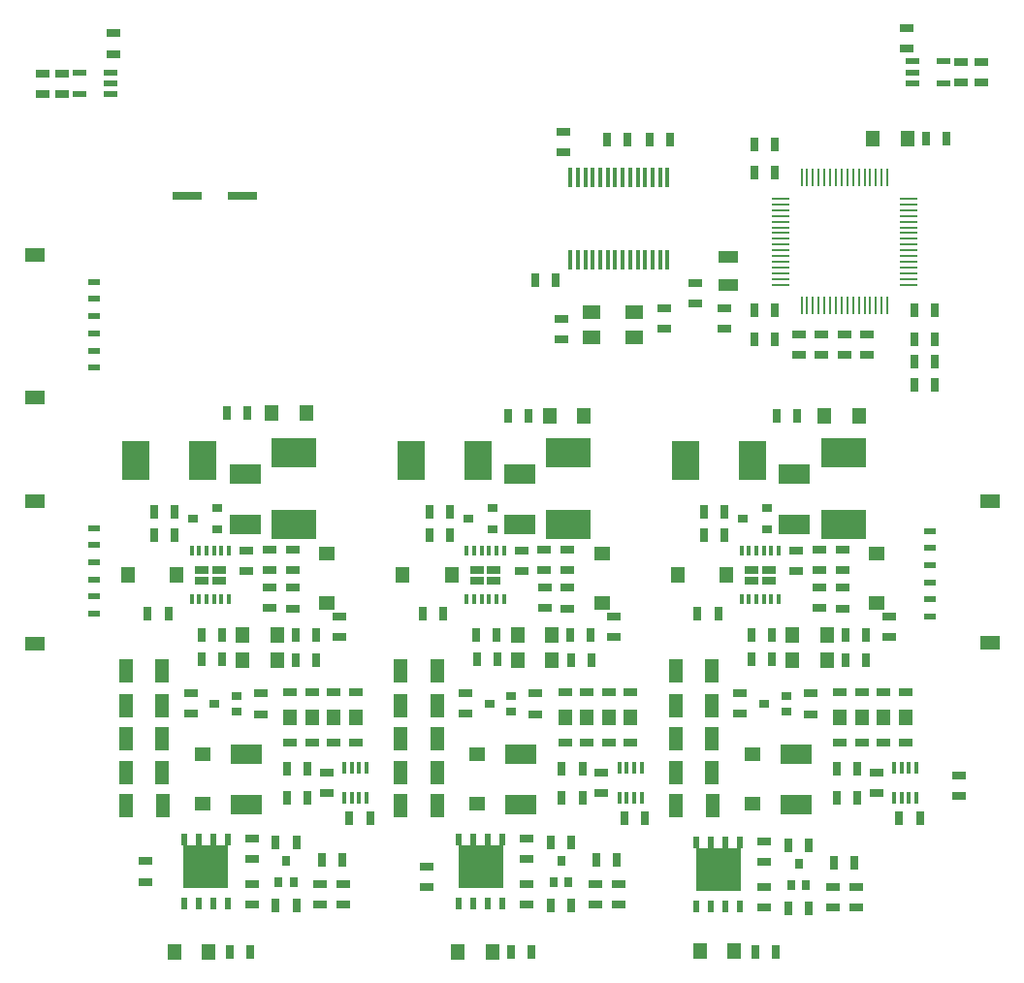
<source format=gtp>
G75*
%MOIN*%
%OFA0B0*%
%FSLAX25Y25*%
%IPPOS*%
%LPD*%
%AMOC8*
5,1,8,0,0,1.08239X$1,22.5*
%
%ADD10R,0.04724X0.03150*%
%ADD11R,0.03150X0.04724*%
%ADD12R,0.02756X0.03543*%
%ADD13R,0.02402X0.04016*%
%ADD14R,0.15394X0.15000*%
%ADD15R,0.04724X0.07874*%
%ADD16R,0.15748X0.09843*%
%ADD17R,0.03543X0.03150*%
%ADD18R,0.04724X0.05512*%
%ADD19R,0.03543X0.02756*%
%ADD20R,0.10630X0.07087*%
%ADD21R,0.09500X0.13500*%
%ADD22R,0.05000X0.05787*%
%ADD23R,0.05787X0.05000*%
%ADD24R,0.01654X0.03500*%
%ADD25R,0.05100X0.02806*%
%ADD26R,0.05000X0.02806*%
%ADD27R,0.01772X0.03937*%
%ADD28R,0.03937X0.02362*%
%ADD29R,0.07087X0.04921*%
%ADD30R,0.00984X0.06102*%
%ADD31R,0.06102X0.00984*%
%ADD32R,0.01575X0.06890*%
%ADD33R,0.07087X0.03937*%
%ADD34R,0.06299X0.04921*%
%ADD35R,0.03937X0.00984*%
%ADD36R,0.00984X0.03937*%
%ADD37R,0.04724X0.02362*%
%ADD38R,0.10236X0.03150*%
D10*
X0076803Y0045701D03*
X0076803Y0052787D03*
X0113220Y0053575D03*
X0113220Y0060661D03*
X0113220Y0044913D03*
X0113220Y0037827D03*
X0136843Y0037827D03*
X0136843Y0044913D03*
X0144717Y0044913D03*
X0144717Y0037827D03*
X0173260Y0043732D03*
X0173260Y0050819D03*
X0207709Y0053575D03*
X0207709Y0060661D03*
X0207709Y0044913D03*
X0207709Y0037827D03*
X0231331Y0037827D03*
X0231331Y0044913D03*
X0239205Y0044913D03*
X0239205Y0037827D03*
X0233378Y0076134D03*
X0233378Y0083220D03*
X0235878Y0093634D03*
X0235878Y0100720D03*
X0235878Y0103634D03*
X0235878Y0110720D03*
X0243378Y0110720D03*
X0243378Y0103634D03*
X0243378Y0100720D03*
X0243378Y0093634D03*
X0228378Y0093634D03*
X0220878Y0093634D03*
X0220878Y0100720D03*
X0220878Y0103634D03*
X0228378Y0103634D03*
X0228378Y0100720D03*
X0228378Y0110720D03*
X0220878Y0110720D03*
X0210819Y0110465D03*
X0210819Y0103378D03*
X0186685Y0103496D03*
X0186685Y0110583D03*
X0213941Y0139874D03*
X0213941Y0146961D03*
X0213713Y0152799D03*
X0213713Y0159886D03*
X0205890Y0159709D03*
X0205890Y0152622D03*
X0221823Y0152799D03*
X0221815Y0146764D03*
X0221815Y0139677D03*
X0237709Y0136961D03*
X0237709Y0129874D03*
X0221823Y0159886D03*
X0281173Y0110583D03*
X0281173Y0103496D03*
X0305307Y0103378D03*
X0305307Y0110465D03*
X0315366Y0110720D03*
X0322866Y0110720D03*
X0322866Y0103634D03*
X0322866Y0100720D03*
X0315366Y0100720D03*
X0315366Y0103634D03*
X0315366Y0093634D03*
X0322866Y0093634D03*
X0330366Y0093634D03*
X0330366Y0100720D03*
X0330366Y0103634D03*
X0330366Y0110720D03*
X0337866Y0110720D03*
X0337866Y0103634D03*
X0337866Y0100720D03*
X0337866Y0093634D03*
X0327866Y0083220D03*
X0327866Y0076134D03*
X0356331Y0075228D03*
X0356331Y0082315D03*
X0320898Y0043929D03*
X0320898Y0036843D03*
X0313024Y0036843D03*
X0313024Y0043929D03*
X0289402Y0043929D03*
X0289402Y0036843D03*
X0289402Y0052591D03*
X0289402Y0059677D03*
X0332197Y0129874D03*
X0332197Y0136961D03*
X0316303Y0139677D03*
X0316303Y0146764D03*
X0316311Y0152799D03*
X0316311Y0159886D03*
X0308201Y0159886D03*
X0308201Y0152799D03*
X0308429Y0146961D03*
X0308429Y0139874D03*
X0300378Y0152622D03*
X0300378Y0159709D03*
X0301213Y0226803D03*
X0301213Y0233890D03*
X0309087Y0233890D03*
X0309087Y0226803D03*
X0316961Y0226803D03*
X0316961Y0233890D03*
X0324835Y0233890D03*
X0324835Y0226803D03*
X0275622Y0235740D03*
X0275622Y0242827D03*
X0265780Y0244598D03*
X0265780Y0251685D03*
X0254953Y0242827D03*
X0254953Y0235740D03*
X0219520Y0239224D03*
X0219520Y0232138D03*
X0220504Y0296606D03*
X0220504Y0303693D03*
X0338352Y0332185D03*
X0338352Y0339272D03*
X0357102Y0327522D03*
X0357102Y0320435D03*
X0363852Y0320435D03*
X0363852Y0327522D03*
X0143220Y0136961D03*
X0143220Y0129874D03*
X0127327Y0139677D03*
X0127327Y0146764D03*
X0127335Y0152799D03*
X0127335Y0159886D03*
X0119224Y0159886D03*
X0119224Y0152799D03*
X0119453Y0146961D03*
X0119453Y0139874D03*
X0111402Y0152622D03*
X0111402Y0159709D03*
X0116331Y0110465D03*
X0116331Y0103378D03*
X0126390Y0103634D03*
X0126390Y0100720D03*
X0126390Y0093634D03*
X0133890Y0093634D03*
X0141390Y0093634D03*
X0141390Y0100720D03*
X0141390Y0103634D03*
X0133890Y0103634D03*
X0133890Y0100720D03*
X0133890Y0110720D03*
X0141390Y0110720D03*
X0148890Y0110720D03*
X0148890Y0103634D03*
X0148890Y0100720D03*
X0148890Y0093634D03*
X0138890Y0083220D03*
X0138890Y0076134D03*
X0126390Y0110720D03*
X0092197Y0110583D03*
X0092197Y0103496D03*
X0048093Y0316577D03*
X0048093Y0323663D03*
X0041343Y0323663D03*
X0041343Y0316577D03*
X0065593Y0330327D03*
X0065593Y0337413D03*
D11*
X0104756Y0206724D03*
X0111843Y0206724D03*
X0086795Y0172846D03*
X0079709Y0172846D03*
X0079709Y0164953D03*
X0086795Y0164953D03*
X0084559Y0137945D03*
X0077472Y0137945D03*
X0095937Y0130583D03*
X0103024Y0130583D03*
X0103142Y0122118D03*
X0096055Y0122118D03*
X0128417Y0121961D03*
X0135504Y0121961D03*
X0135307Y0130701D03*
X0128220Y0130701D03*
X0171961Y0137945D03*
X0179047Y0137945D03*
X0190425Y0130583D03*
X0197512Y0130583D03*
X0197630Y0122118D03*
X0190543Y0122118D03*
X0222906Y0121961D03*
X0229992Y0121961D03*
X0229795Y0130701D03*
X0222709Y0130701D03*
X0181283Y0164953D03*
X0174197Y0164953D03*
X0174197Y0172846D03*
X0181283Y0172846D03*
X0201213Y0205740D03*
X0208299Y0205740D03*
X0210642Y0252492D03*
X0217728Y0252492D03*
X0235248Y0300720D03*
X0242335Y0300720D03*
X0249854Y0300720D03*
X0256941Y0300720D03*
X0285937Y0299244D03*
X0293024Y0299244D03*
X0293024Y0289402D03*
X0285937Y0289402D03*
X0285937Y0242157D03*
X0293024Y0242157D03*
X0293024Y0232315D03*
X0285937Y0232315D03*
X0293732Y0205740D03*
X0300819Y0205740D03*
X0275772Y0172846D03*
X0268685Y0172846D03*
X0268685Y0164953D03*
X0275772Y0164953D03*
X0273535Y0137945D03*
X0266449Y0137945D03*
X0284913Y0130583D03*
X0292000Y0130583D03*
X0292118Y0122118D03*
X0285031Y0122118D03*
X0317394Y0121961D03*
X0324480Y0121961D03*
X0324283Y0130701D03*
X0317197Y0130701D03*
X0314323Y0084677D03*
X0321409Y0084677D03*
X0321409Y0074677D03*
X0314323Y0074677D03*
X0304756Y0058102D03*
X0297669Y0058102D03*
X0313417Y0052197D03*
X0320504Y0052197D03*
X0335823Y0067677D03*
X0342909Y0067677D03*
X0304756Y0036449D03*
X0297669Y0036449D03*
X0293378Y0021528D03*
X0286291Y0021528D03*
X0238811Y0053181D03*
X0231724Y0053181D03*
X0223063Y0059087D03*
X0215976Y0059087D03*
X0219835Y0074677D03*
X0226921Y0074677D03*
X0226921Y0084677D03*
X0219835Y0084677D03*
X0241335Y0067677D03*
X0248421Y0067677D03*
X0223063Y0037433D03*
X0215976Y0037433D03*
X0209283Y0021685D03*
X0202197Y0021685D03*
X0153933Y0067677D03*
X0146846Y0067677D03*
X0144323Y0053181D03*
X0137236Y0053181D03*
X0128575Y0059087D03*
X0121488Y0059087D03*
X0125346Y0074677D03*
X0132433Y0074677D03*
X0132433Y0084677D03*
X0125346Y0084677D03*
X0128575Y0037433D03*
X0121488Y0037433D03*
X0112827Y0021685D03*
X0105740Y0021685D03*
X0340976Y0216567D03*
X0348063Y0216567D03*
X0348063Y0224441D03*
X0340976Y0224441D03*
X0340898Y0232315D03*
X0347984Y0232315D03*
X0347984Y0242157D03*
X0340898Y0242157D03*
X0344913Y0301213D03*
X0352000Y0301213D03*
D12*
X0301213Y0052000D03*
X0303772Y0044520D03*
X0298654Y0044520D03*
X0222079Y0045504D03*
X0216961Y0045504D03*
X0219520Y0052984D03*
X0127591Y0045504D03*
X0122472Y0045504D03*
X0125031Y0052984D03*
D13*
X0104972Y0060248D03*
X0099972Y0060248D03*
X0094972Y0060248D03*
X0089972Y0060248D03*
X0089972Y0038240D03*
X0094972Y0038240D03*
X0099972Y0038240D03*
X0104972Y0038240D03*
X0184461Y0038240D03*
X0189461Y0038240D03*
X0194461Y0038240D03*
X0199461Y0038240D03*
X0199461Y0060248D03*
X0194461Y0060248D03*
X0189461Y0060248D03*
X0184461Y0060248D03*
X0266154Y0059264D03*
X0271154Y0059264D03*
X0276154Y0059264D03*
X0281154Y0059264D03*
X0281154Y0037256D03*
X0276154Y0037256D03*
X0271154Y0037256D03*
X0266154Y0037256D03*
D14*
X0273654Y0049992D03*
X0191961Y0050976D03*
X0097472Y0050976D03*
D15*
X0069992Y0071921D03*
X0069874Y0083260D03*
X0069874Y0094835D03*
X0069874Y0106291D03*
X0069913Y0118063D03*
X0082512Y0118063D03*
X0082472Y0106291D03*
X0082472Y0094835D03*
X0082472Y0083260D03*
X0082591Y0071921D03*
X0164480Y0071921D03*
X0164362Y0083260D03*
X0164362Y0094835D03*
X0164362Y0106291D03*
X0164402Y0118063D03*
X0177000Y0118063D03*
X0176961Y0106291D03*
X0176961Y0094835D03*
X0176961Y0083260D03*
X0177079Y0071921D03*
X0258969Y0071921D03*
X0258850Y0083260D03*
X0258850Y0094835D03*
X0258850Y0106291D03*
X0258890Y0118063D03*
X0271488Y0118063D03*
X0271449Y0106291D03*
X0271449Y0094835D03*
X0271449Y0083260D03*
X0271567Y0071921D03*
D16*
X0316567Y0168535D03*
X0316567Y0193339D03*
X0222079Y0193339D03*
X0222079Y0168535D03*
X0127591Y0168535D03*
X0127591Y0193339D03*
D17*
X0101382Y0174362D03*
X0101382Y0166882D03*
X0093114Y0170622D03*
X0187602Y0170622D03*
X0195870Y0166882D03*
X0195870Y0174362D03*
X0282091Y0170622D03*
X0290358Y0166882D03*
X0290358Y0174362D03*
D18*
X0310071Y0205740D03*
X0321882Y0205740D03*
X0310937Y0130661D03*
X0310937Y0121803D03*
X0299126Y0121803D03*
X0299126Y0130661D03*
X0227394Y0205740D03*
X0215583Y0205740D03*
X0216449Y0130661D03*
X0216449Y0121803D03*
X0204638Y0121803D03*
X0204638Y0130661D03*
X0131921Y0206724D03*
X0120110Y0206724D03*
X0121961Y0130661D03*
X0121961Y0121803D03*
X0110150Y0121803D03*
X0110150Y0130661D03*
X0098457Y0021685D03*
X0086646Y0021685D03*
X0184087Y0021685D03*
X0195898Y0021685D03*
X0267197Y0021843D03*
X0279008Y0021843D03*
X0326803Y0301213D03*
X0338614Y0301213D03*
D19*
X0296866Y0109413D03*
X0296866Y0104295D03*
X0289386Y0106854D03*
X0202378Y0104295D03*
X0202378Y0109413D03*
X0194898Y0106854D03*
X0107890Y0104295D03*
X0107890Y0109413D03*
X0100409Y0106854D03*
D20*
X0111252Y0089402D03*
X0111252Y0072079D03*
X0205740Y0072079D03*
X0205740Y0089402D03*
X0205346Y0168535D03*
X0205346Y0185858D03*
X0110858Y0185858D03*
X0110858Y0168535D03*
X0299835Y0168535D03*
X0299835Y0185858D03*
X0300228Y0089402D03*
X0300228Y0072079D03*
D21*
X0285484Y0190634D03*
X0262484Y0190634D03*
X0190996Y0190634D03*
X0167996Y0190634D03*
X0096508Y0190634D03*
X0073508Y0190634D03*
D22*
X0070543Y0151134D03*
X0087472Y0151134D03*
X0165031Y0151134D03*
X0181961Y0151134D03*
X0259520Y0151134D03*
X0276449Y0151134D03*
D23*
X0233535Y0158496D03*
X0233535Y0141567D03*
X0190701Y0089480D03*
X0190701Y0072551D03*
X0139047Y0141567D03*
X0139047Y0158496D03*
X0096213Y0089480D03*
X0096213Y0072551D03*
X0285189Y0072551D03*
X0285189Y0089480D03*
X0328024Y0141567D03*
X0328024Y0158496D03*
D24*
X0294382Y0159402D03*
X0291823Y0159402D03*
X0289264Y0159402D03*
X0286705Y0159402D03*
X0284146Y0159402D03*
X0281587Y0159402D03*
X0281587Y0142866D03*
X0284146Y0142866D03*
X0286705Y0142866D03*
X0289264Y0142866D03*
X0291823Y0142866D03*
X0294382Y0142866D03*
X0199894Y0142866D03*
X0197335Y0142866D03*
X0194776Y0142866D03*
X0192217Y0142866D03*
X0189657Y0142866D03*
X0187098Y0142866D03*
X0187098Y0159402D03*
X0189657Y0159402D03*
X0192217Y0159402D03*
X0194776Y0159402D03*
X0197335Y0159402D03*
X0199894Y0159402D03*
X0105406Y0159402D03*
X0102846Y0159402D03*
X0100287Y0159402D03*
X0097728Y0159402D03*
X0095169Y0159402D03*
X0092610Y0159402D03*
X0092610Y0142866D03*
X0095169Y0142866D03*
X0097728Y0142866D03*
X0100287Y0142866D03*
X0102846Y0142866D03*
X0105406Y0142866D03*
D25*
X0101958Y0152931D03*
X0096058Y0152931D03*
X0096058Y0149337D03*
X0190546Y0149337D03*
X0190546Y0152931D03*
X0196446Y0152931D03*
X0285034Y0152931D03*
X0285034Y0149337D03*
X0290934Y0152931D03*
D26*
X0290984Y0149337D03*
X0196496Y0149337D03*
X0102008Y0149337D03*
D27*
X0145051Y0084795D03*
X0147610Y0084795D03*
X0150169Y0084795D03*
X0152728Y0084795D03*
X0152728Y0074559D03*
X0150169Y0074559D03*
X0147610Y0074559D03*
X0145051Y0074559D03*
X0239539Y0074559D03*
X0242098Y0074559D03*
X0244657Y0074559D03*
X0247217Y0074559D03*
X0247217Y0084795D03*
X0244657Y0084795D03*
X0242098Y0084795D03*
X0239539Y0084795D03*
X0334028Y0084795D03*
X0336587Y0084795D03*
X0339146Y0084795D03*
X0341705Y0084795D03*
X0341705Y0074559D03*
X0339146Y0074559D03*
X0336587Y0074559D03*
X0334028Y0074559D03*
D28*
X0346488Y0136843D03*
X0346488Y0142748D03*
X0346488Y0148654D03*
X0346488Y0154559D03*
X0346488Y0160465D03*
X0346488Y0166370D03*
X0059087Y0167354D03*
X0059087Y0161449D03*
X0059087Y0155543D03*
X0059087Y0149638D03*
X0059087Y0143732D03*
X0059087Y0137827D03*
X0059087Y0222472D03*
X0059087Y0228378D03*
X0059087Y0234283D03*
X0059087Y0240189D03*
X0059087Y0246094D03*
X0059087Y0252000D03*
D29*
X0038614Y0261075D03*
X0038614Y0212217D03*
X0038614Y0176429D03*
X0038614Y0127571D03*
X0366961Y0127768D03*
X0366961Y0176626D03*
D30*
X0331724Y0243732D03*
X0329756Y0243732D03*
X0327787Y0243732D03*
X0325819Y0243732D03*
X0323850Y0243732D03*
X0321882Y0243732D03*
X0319913Y0243732D03*
X0317945Y0243732D03*
X0315976Y0243732D03*
X0314008Y0243732D03*
X0312039Y0243732D03*
X0310071Y0243732D03*
X0308102Y0243732D03*
X0306134Y0243732D03*
X0304165Y0243732D03*
X0302197Y0243732D03*
X0302197Y0287827D03*
X0304165Y0287827D03*
X0306134Y0287827D03*
X0308102Y0287827D03*
X0310071Y0287827D03*
X0312039Y0287827D03*
X0314008Y0287827D03*
X0315976Y0287827D03*
X0317945Y0287827D03*
X0319913Y0287827D03*
X0321882Y0287827D03*
X0323850Y0287827D03*
X0325819Y0287827D03*
X0327787Y0287827D03*
X0329756Y0287827D03*
X0331724Y0287827D03*
D31*
X0339008Y0280543D03*
X0339008Y0278575D03*
X0339008Y0276606D03*
X0339008Y0274638D03*
X0339008Y0272669D03*
X0339008Y0270701D03*
X0339008Y0268732D03*
X0339008Y0266764D03*
X0339008Y0264795D03*
X0339008Y0262827D03*
X0339008Y0260858D03*
X0339008Y0258890D03*
X0339008Y0256921D03*
X0339008Y0254953D03*
X0339008Y0252984D03*
X0339008Y0251016D03*
X0294913Y0251016D03*
X0294913Y0252984D03*
X0294913Y0254953D03*
X0294913Y0256921D03*
X0294913Y0258890D03*
X0294913Y0260858D03*
X0294913Y0262827D03*
X0294913Y0264795D03*
X0294913Y0266764D03*
X0294913Y0268732D03*
X0294913Y0270701D03*
X0294913Y0272669D03*
X0294913Y0274638D03*
X0294913Y0276606D03*
X0294913Y0278575D03*
X0294913Y0280543D03*
D32*
X0256094Y0287827D03*
X0253535Y0287827D03*
X0250976Y0287827D03*
X0248417Y0287827D03*
X0245858Y0287827D03*
X0243299Y0287827D03*
X0240740Y0287827D03*
X0238181Y0287827D03*
X0235622Y0287827D03*
X0233063Y0287827D03*
X0230504Y0287827D03*
X0227945Y0287827D03*
X0225386Y0287827D03*
X0222827Y0287827D03*
X0222827Y0259480D03*
X0225386Y0259480D03*
X0227945Y0259480D03*
X0230504Y0259480D03*
X0233063Y0259480D03*
X0235622Y0259480D03*
X0238181Y0259480D03*
X0240740Y0259480D03*
X0243299Y0259480D03*
X0245858Y0259480D03*
X0248417Y0259480D03*
X0250976Y0259480D03*
X0253535Y0259480D03*
X0256094Y0259480D03*
D33*
X0276961Y0260701D03*
X0276961Y0250858D03*
D34*
X0244598Y0241646D03*
X0244598Y0232984D03*
X0230031Y0232984D03*
X0230031Y0241646D03*
D35*
X0220504Y0295898D03*
D36*
X0242650Y0300720D03*
X0218043Y0252492D03*
X0293716Y0232384D03*
X0340435Y0232184D03*
X0293794Y0299249D03*
D37*
X0340287Y0320238D03*
X0340287Y0323978D03*
X0340287Y0327719D03*
X0350917Y0327719D03*
X0350917Y0320238D03*
X0064657Y0320120D03*
X0064657Y0316380D03*
X0064657Y0323860D03*
X0054028Y0323860D03*
X0054028Y0316380D03*
D38*
X0090976Y0281528D03*
X0109874Y0281528D03*
M02*

</source>
